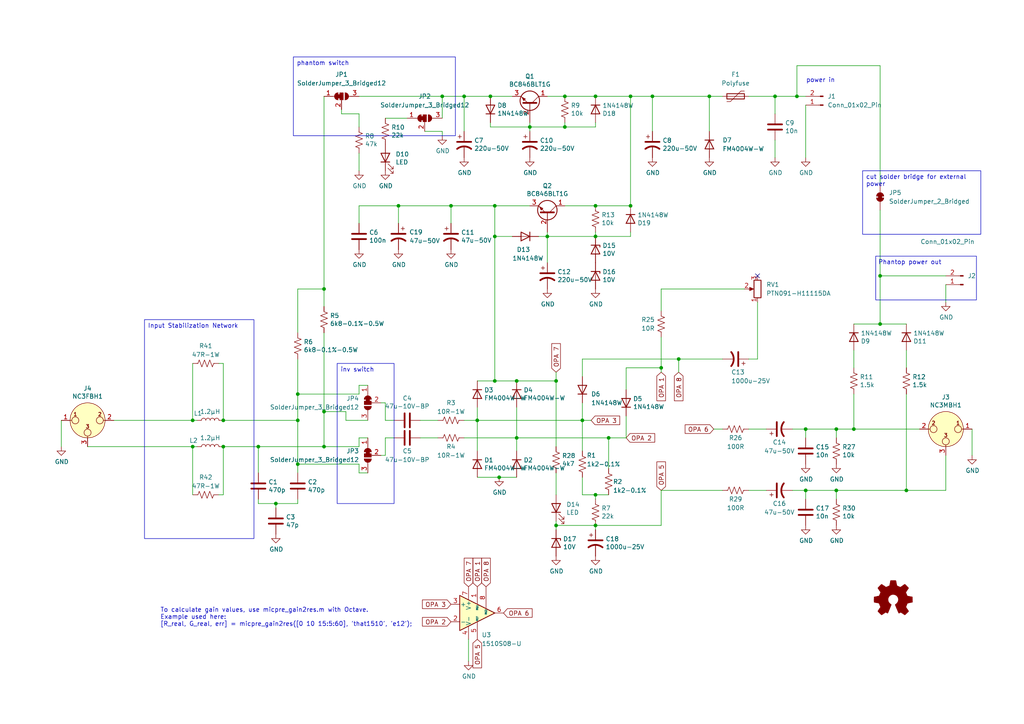
<source format=kicad_sch>
(kicad_sch (version 20250114) (generator "eeschema") (generator_version "9.0")
  (paper "A4")
  (title_block (title "ThatMicPre") (date "2020-06-07") (rev "1.1") (company "github.com/ojg/thatmicpre"))
  (lib_symbols
    (symbol "Amplifier_Audio:SSM2017P" (pin_names (offset 0.127))
      (property "Reference" "U" (at 7.62 5.08 0))
      (property "Value" "SSM2017P" (at 7.62 2.54 0))
      (symbol "SSM2017P_1_1"
        (pin input line (at -7.62 2.54 0) (length 2.54) (name "+") (number "3"))
        (pin input line (at -7.62 -2.54 0) (length 2.54) (name "-") (number "2"))
        (pin power_in line (at -2.54 7.62 270) (length 3.81) (name "V+") (number "7"))
        (pin power_in line (at -2.54 -7.62 90) (length 3.81) (name "V-") (number "4"))
        (pin input line (at 0 7.62 270) (length 5.08) (name "RG1") (number "1"))
        (pin input line (at 0 -7.62 90) (length 5.08) (name "REF") (number "5"))
        (pin input line (at 2.54 7.62 270) (length 6.35) (name "RG2") (number "8"))
        (pin output line (at 7.62 0 180) (length 2.54) (name "~") (number "6"))
      )
    )
    (symbol "Connector:Conn_01x02_Pin" (pin_names (offset 1.016) (hide yes))
      (property "Reference" "J" (at 0 2.54 0))
      (property "Value" "Conn_01x02_Pin" (at 0 -5.08 0))
      (symbol "Conn_01x02_Pin_1_1"
        (pin passive line (at 5.08 0 180) (length 3.81) (name "Pin_1") (number "1"))
        (pin passive line (at 5.08 -2.54 180) (length 3.81) (name "Pin_2") (number "2"))
      )
    )
    (symbol "Connector:XLR3" (pin_names (hide yes))
      (property "Reference" "J" (at 0 8.89 0))
      (property "Value" "XLR3" (at 0 6.35 0))
      (symbol "XLR3_0_1"
        (text "1" (at -3.556 1.778 0) (effects (font (size 1.016 1.016) (bold yes))))
        (text "3" (at 0 -1.778 0) (effects (font (size 1.016 1.016) (bold yes))))
        (text "2" (at 3.556 1.778 0) (effects (font (size 1.016 1.016) (bold yes))))
        (pin passive line (at -7.62 0 0) (length 2.54) (name "~") (number "1"))
        (pin passive line (at 0 -7.62 90) (length 2.54) (name "~") (number "3"))
        (pin passive line (at 7.62 0 180) (length 2.54) (name "~") (number "2"))
      )
    )
    (symbol "Device:C" (pin_numbers (hide yes)) (pin_names (offset 0.254))
      (property "Reference" "C" (at 0.635 2.54 0))
      (property "Value" "C" (at 0.635 -2.54 0))
      (symbol "C_1_1"
        (pin passive line (at 0 3.81 270) (length 2.794) (name "~") (number "1"))
        (pin passive line (at 0 -3.81 90) (length 2.794) (name "~") (number "2"))
      )
    )
    (symbol "Device:C_Polarized_US" (pin_numbers (hide yes)) (pin_names (offset 0.254) (hide yes))
      (property "Reference" "C" (at 0.635 2.54 0))
      (property "Value" "C_Polarized_US" (at 0.635 -2.54 0))
      (symbol "C_Polarized_US_1_1"
        (pin passive line (at 0 3.81 270) (length 2.794) (name "~") (number "1"))
        (pin passive line (at 0 -3.81 90) (length 3.302) (name "~") (number "2"))
      )
    )
    (symbol "Device:D" (pin_numbers (hide yes)) (pin_names (offset 1.016) (hide yes))
      (property "Reference" "D" (at 0 2.54 0))
      (property "Value" "D" (at 0 -2.54 0))
      (symbol "D_1_1"
        (pin passive line (at -3.81 0 0) (length 2.54) (name "K") (number "1"))
        (pin passive line (at 3.81 0 180) (length 2.54) (name "A") (number "2"))
      )
    )
    (symbol "Device:D_Zener" (pin_numbers (hide yes)) (pin_names (offset 1.016) (hide yes))
      (property "Reference" "D" (at 0 2.54 0))
      (property "Value" "D_Zener" (at 0 -2.54 0))
      (symbol "D_Zener_1_1"
        (pin passive line (at -3.81 0 0) (length 2.54) (name "K") (number "1"))
        (pin passive line (at 3.81 0 180) (length 2.54) (name "A") (number "2"))
      )
    )
    (symbol "Device:L" (pin_numbers (hide yes)) (pin_names (offset 1.016) (hide yes))
      (property "Reference" "L" (at -1.27 0 90))
      (property "Value" "L" (at 1.905 0 90))
      (symbol "L_1_1"
        (pin passive line (at 0 3.81 270) (length 1.27) (name "1") (number "1"))
        (pin passive line (at 0 -3.81 90) (length 1.27) (name "2") (number "2"))
      )
    )
    (symbol "Device:LED" (pin_numbers (hide yes)) (pin_names (offset 1.016) (hide yes))
      (property "Reference" "D" (at 0 2.54 0))
      (property "Value" "LED" (at 0 -2.54 0))
      (symbol "LED_1_1"
        (pin passive line (at -3.81 0 0) (length 2.54) (name "K") (number "1"))
        (pin passive line (at 3.81 0 180) (length 2.54) (name "A") (number "2"))
      )
    )
    (symbol "Device:Polyfuse" (pin_numbers (hide yes)) (pin_names (offset 0))
      (property "Reference" "F" (at -2.54 0 90))
      (property "Value" "Polyfuse" (at 2.54 0 90))
      (symbol "Polyfuse_1_1"
        (pin passive line (at 0 3.81 270) (length 1.27) (name "~") (number "1"))
        (pin passive line (at 0 -3.81 90) (length 1.27) (name "~") (number "2"))
      )
    )
    (symbol "Device:Q_NPN_CBE" (pin_names (offset 0) (hide yes))
      (property "Reference" "Q" (at 5.08 1.27 0))
      (property "Value" "Q_NPN_CBE" (at 5.08 -1.27 0))
      (symbol "Q_NPN_CBE_1_1"
        (pin input line (at -5.08 0 0) (length 5.715) (name "B") (number "2"))
        (pin passive line (at 2.54 5.08 270) (length 2.54) (name "C") (number "1"))
        (pin passive line (at 2.54 -5.08 90) (length 2.54) (name "E") (number "3"))
      )
    )
    (symbol "Device:R_Potentiometer" (pin_names (offset 1.016) (hide yes))
      (property "Reference" "RV" (at -4.445 0 90))
      (property "Value" "R_Potentiometer" (at -2.54 0 90))
      (symbol "R_Potentiometer_1_1"
        (pin passive line (at 0 3.81 270) (length 1.27) (name "1") (number "1"))
        (pin passive line (at 0 -3.81 90) (length 1.27) (name "3") (number "3"))
        (pin passive line (at 3.81 0 180) (length 1.27) (name "2") (number "2"))
      )
    )
    (symbol "Device:R_US" (pin_numbers (hide yes)) (pin_names (offset 0))
      (property "Reference" "R" (at 2.54 0 90))
      (property "Value" "R_US" (at -2.54 0 90))
      (symbol "R_US_1_1"
        (pin passive line (at 0 3.81 270) (length 1.27) (name "~") (number "1"))
        (pin passive line (at 0 -3.81 90) (length 1.27) (name "~") (number "2"))
      )
    )
    (symbol "Graphic:Logo_Open_Hardware_Small" (in_bom no) (on_board no))
    (symbol "Jumper:SolderJumper_2_Bridged" (pin_numbers (hide yes)) (pin_names (offset 0) (hide yes)) (exclude_from_sim yes) (in_bom no)
      (property "Reference" "JP" (at 0 2.032 0))
      (property "Value" "SolderJumper_2_Bridged" (at 0 -2.54 0))
      (symbol "SolderJumper_2_Bridged_1_1"
        (pin passive line (at -3.81 0 0) (length 2.54) (name "A") (number "1"))
        (pin passive line (at 3.81 0 180) (length 2.54) (name "B") (number "2"))
      )
    )
    (symbol "Jumper:SolderJumper_3_Bridged12" (pin_names (offset 0) (hide yes))
      (property "Reference" "JP" (at -2.54 -2.54 0))
      (property "Value" "SolderJumper_3_Bridged12" (at 0 2.794 0))
      (symbol "SolderJumper_3_Bridged12_1_1"
        (pin passive line (at -5.08 0 0) (length 2.54) (name "A") (number "1"))
        (pin passive line (at 0 -3.81 90) (length 2.54) (name "C") (number "2"))
        (pin passive line (at 5.08 0 180) (length 2.54) (name "B") (number "3"))
      )
    )
    (symbol "power:GND" (power) (pin_names (offset 0))
      (property "Value" "GND" (at 0 -3.81 0))
      (symbol "GND_1_1"
        (pin power_in line (at 0 0 270) (length 0) (hide yes) (name "GND") (number "1"))
      )
    )
  )
  (rectangle (start 254 74.295) (end 283.21 86.995))
  (text "Phantop power out" (at 263.906 76.2 0) (effects (font (size 1.27 1.27))))
  (text "To calculate gain values, use micpre_gain2res.m with Octave.\nExample used here:\n[R_real, G_real, err] = micpre_gain2res([0 10 15:5:60], 'that1510', 'e12');" (at 46.482 181.864 0) (effects (font (size 1.27 1.27)) (justify left bottom)))
  (text "power in" (at 237.998 23.368 0) (effects (font (size 1.27 1.27))))
  (text_box "cut solder bridge for external power" (at 250.19 49.53 0) (size 34.29 18.415) (margins 0.9525 0.9525 0.9525 0.9525) (effects (font (size 1.27 1.27)) (justify left top)))
  (text_box "inv switch\n" (at 97.79 105.41 0) (size 16.51 40.64) (margins 0.9525 0.9525 0.9525 0.9525) (effects (font (size 1.27 1.27)) (justify left top)))
  (text_box "Input Stabilization Network" (at 41.91 92.71 0) (size 31.75 63.5) (margins 0.9525 0.9525 0.9525 0.9525) (effects (font (size 1.27 1.27)) (justify left top)))
  (text_box "phantom switch\n" (at 85.09 16.51 0) (size 46.99 22.86) (margins 0.9525 0.9525 0.9525 0.9525) (effects (font (size 1.27 1.27)) (justify left top)))
  (junction (at 115.57 59.69))
  (junction (at 172.72 68.58))
  (junction (at 64.77 129.54))
  (junction (at 255.27 80.01))
  (junction (at 153.67 36.83))
  (junction (at 205.74 27.94))
  (junction (at 93.98 129.54))
  (junction (at 134.62 27.94))
  (junction (at 143.51 110.49))
  (junction (at 86.36 121.92))
  (junction (at 247.65 124.46))
  (junction (at 149.86 127))
  (junction (at 172.72 143.51))
  (junction (at 255.27 93.98))
  (junction (at 161.29 152.4))
  (junction (at 242.57 124.46))
  (junction (at 55.88 129.54))
  (junction (at 128.27 27.94))
  (junction (at 233.68 142.24))
  (junction (at 224.79 27.94))
  (junction (at 176.53 127))
  (junction (at 138.43 121.92))
  (junction (at 80.01 146.05))
  (junction (at 158.75 68.58))
  (junction (at 74.93 129.54))
  (junction (at 143.51 59.69))
  (junction (at 172.72 152.4))
  (junction (at 161.29 110.49))
  (junction (at 93.98 83.82))
  (junction (at 168.91 121.92))
  (junction (at 86.36 134.62))
  (junction (at 144.78 138.43))
  (junction (at 130.81 59.69))
  (junction (at 93.98 119.38))
  (junction (at 64.77 121.92))
  (junction (at 182.88 59.69))
  (junction (at 231.14 27.94))
  (junction (at 262.89 142.24))
  (junction (at 172.72 27.94))
  (junction (at 233.68 124.46))
  (junction (at 242.57 142.24))
  (junction (at 163.83 36.83))
  (junction (at 172.72 59.69))
  (junction (at 189.23 27.94))
  (junction (at 142.24 27.94))
  (junction (at 149.86 110.49))
  (junction (at 55.88 121.92))
  (junction (at 143.51 68.58))
  (junction (at 191.77 106.68))
  (junction (at 182.88 27.94))
  (junction (at 163.83 27.94))
  (junction (at 86.36 114.3))
  (junction (at 196.85 104.14))
  (no_connect (at 219.71 80.01))
  (wire (pts (xy 64.77 129.54) (xy 64.77 143.51)))
  (wire (pts (xy 224.79 40.64) (xy 224.79 45.72)))
  (wire (pts (xy 205.74 27.94) (xy 209.55 27.94)))
  (wire (pts (xy 55.88 121.92) (xy 55.88 105.41)))
  (wire (pts (xy 99.06 31.75) (xy 99.06 33.02)))
  (wire (pts (xy 233.68 144.78) (xy 233.68 142.24)))
  (wire (pts (xy 143.51 59.69) (xy 153.67 59.69)))
  (wire (pts (xy 104.14 64.77) (xy 104.14 59.69)))
  (wire (pts (xy 229.87 142.24) (xy 233.68 142.24)))
  (wire (pts (xy 172.72 68.58) (xy 172.72 67.31)))
  (wire (pts (xy 172.72 27.94) (xy 182.88 27.94)))
  (wire (pts (xy 130.81 64.77) (xy 130.81 59.69)))
  (wire (pts (xy 161.29 137.16) (xy 161.29 143.51)))
  (wire (pts (xy 55.88 129.54) (xy 55.88 143.51)))
  (wire (pts (xy 128.27 38.1) (xy 128.27 39.37)))
  (wire (pts (xy 231.14 19.05) (xy 255.27 19.05)))
  (wire (pts (xy 158.75 27.94) (xy 163.83 27.94)))
  (wire (pts (xy 161.29 129.54) (xy 161.29 110.49)))
  (wire (pts (xy 153.67 38.1) (xy 153.67 36.83)))
  (wire (pts (xy 217.17 27.94) (xy 224.79 27.94)))
  (wire (pts (xy 196.85 104.14) (xy 196.85 107.95)))
  (wire (pts (xy 262.89 114.3) (xy 262.89 142.24)))
  (wire (pts (xy 161.29 153.67) (xy 161.29 152.4)))
  (wire (pts (xy 74.93 137.16) (xy 74.93 129.54)))
  (wire (pts (xy 138.43 121.92) (xy 138.43 130.81)))
  (wire (pts (xy 191.77 152.4) (xy 191.77 142.24)))
  (wire (pts (xy 134.62 38.1) (xy 134.62 27.94)))
  (wire (pts (xy 161.29 151.13) (xy 161.29 152.4)))
  (wire (pts (xy 149.86 127) (xy 149.86 118.11)))
  (wire (pts (xy 172.72 143.51) (xy 176.53 143.51)))
  (wire (pts (xy 168.91 143.51) (xy 172.72 143.51)))
  (wire (pts (xy 181.61 120.65) (xy 181.61 127)))
  (wire (pts (xy 153.67 35.56) (xy 153.67 36.83)))
  (wire (pts (xy 111.76 132.08) (xy 111.76 127)))
  (wire (pts (xy 86.36 134.62) (xy 104.14 134.62)))
  (wire (pts (xy 242.57 124.46) (xy 247.65 124.46)))
  (wire (pts (xy 138.43 138.43) (xy 144.78 138.43)))
  (wire (pts (xy 99.06 33.02) (xy 104.14 33.02)))
  (wire (pts (xy 149.86 130.81) (xy 149.86 127)))
  (wire (pts (xy 135.89 185.42) (xy 135.89 191.77)))
  (wire (pts (xy 128.27 27.94) (xy 134.62 27.94)))
  (wire (pts (xy 127 121.92) (xy 121.92 121.92)))
  (wire (pts (xy 191.77 83.82) (xy 215.9 83.82)))
  (wire (pts (xy 255.27 93.98) (xy 262.89 93.98)))
  (wire (pts (xy 143.51 110.49) (xy 149.86 110.49)))
  (wire (pts (xy 163.83 36.83) (xy 163.83 35.56)))
  (wire (pts (xy 158.75 68.58) (xy 172.72 68.58)))
  (wire (pts (xy 233.68 30.48) (xy 233.68 45.72)))
  (wire (pts (xy 172.72 153.67) (xy 172.72 152.4)))
  (wire (pts (xy 17.78 129.54) (xy 17.78 121.92)))
  (wire (pts (xy 222.25 142.24) (xy 217.17 142.24)))
  (wire (pts (xy 168.91 143.51) (xy 168.91 138.43)))
  (wire (pts (xy 104.14 134.62) (xy 104.14 137.16)))
  (wire (pts (xy 55.88 121.92) (xy 57.15 121.92)))
  (wire (pts (xy 182.88 68.58) (xy 172.72 68.58)))
  (wire (pts (xy 262.89 142.24) (xy 274.32 142.24)))
  (wire (pts (xy 123.19 38.1) (xy 128.27 38.1)))
  (wire (pts (xy 134.62 127) (xy 149.86 127)))
  (wire (pts (xy 134.62 27.94) (xy 142.24 27.94)))
  (wire (pts (xy 191.77 97.79) (xy 191.77 106.68)))
  (wire (pts (xy 80.01 147.32) (xy 80.01 146.05)))
  (wire (pts (xy 172.72 35.56) (xy 172.72 36.83)))
  (wire (pts (xy 104.14 33.02) (xy 104.14 36.83)))
  (wire (pts (xy 134.62 121.92) (xy 138.43 121.92)))
  (wire (pts (xy 161.29 110.49) (xy 149.86 110.49)))
  (wire (pts (xy 110.49 132.08) (xy 111.76 132.08)))
  (wire (pts (xy 104.14 129.54) (xy 104.14 127)))
  (wire (pts (xy 86.36 104.14) (xy 86.36 114.3)))
  (wire (pts (xy 93.98 119.38) (xy 93.98 129.54)))
  (wire (pts (xy 168.91 116.84) (xy 168.91 121.92)))
  (wire (pts (xy 100.33 119.38) (xy 100.33 121.92)))
  (wire (pts (xy 207.01 124.46) (xy 209.55 124.46)))
  (wire (pts (xy 104.14 127) (xy 106.68 127)))
  (wire (pts (xy 74.93 146.05) (xy 80.01 146.05)))
  (wire (pts (xy 231.14 27.94) (xy 233.68 27.94)))
  (wire (pts (xy 104.14 44.45) (xy 104.14 49.53)))
  (wire (pts (xy 176.53 135.89) (xy 176.53 127)))
  (wire (pts (xy 64.77 105.41) (xy 63.5 105.41)))
  (wire (pts (xy 262.89 101.6) (xy 262.89 106.68)))
  (wire (pts (xy 127 127) (xy 121.92 127)))
  (wire (pts (xy 100.33 119.38) (xy 93.98 119.38)))
  (wire (pts (xy 138.43 118.11) (xy 138.43 121.92)))
  (wire (pts (xy 168.91 104.14) (xy 196.85 104.14)))
  (wire (pts (xy 196.85 104.14) (xy 209.55 104.14)))
  (wire (pts (xy 181.61 127) (xy 176.53 127)))
  (wire (pts (xy 142.24 35.56) (xy 142.24 36.83)))
  (wire (pts (xy 222.25 124.46) (xy 217.17 124.46)))
  (wire (pts (xy 217.17 104.14) (xy 219.71 104.14)))
  (wire (pts (xy 161.29 152.4) (xy 172.72 152.4)))
  (wire (pts (xy 111.76 121.92) (xy 114.3 121.92)))
  (wire (pts (xy 274.32 82.55) (xy 274.32 87.63)))
  (wire (pts (xy 144.78 138.43) (xy 149.86 138.43)))
  (wire (pts (xy 55.88 129.54) (xy 57.15 129.54)))
  (wire (pts (xy 138.43 121.92) (xy 168.91 121.92)))
  (wire (pts (xy 128.27 27.94) (xy 128.27 34.29)))
  (wire (pts (xy 64.77 129.54) (xy 74.93 129.54)))
  (wire (pts (xy 156.21 68.58) (xy 158.75 68.58)))
  (wire (pts (xy 63.5 143.51) (xy 64.77 143.51)))
  (wire (pts (xy 148.59 68.58) (xy 143.51 68.58)))
  (wire (pts (xy 86.36 137.16) (xy 86.36 134.62)))
  (wire (pts (xy 100.33 121.92) (xy 106.68 121.92)))
  (wire (pts (xy 281.94 132.08) (xy 281.94 124.46)))
  (wire (pts (xy 247.65 101.6) (xy 247.65 106.68)))
  (wire (pts (xy 168.91 130.81) (xy 168.91 121.92)))
  (wire (pts (xy 74.93 144.78) (xy 74.93 146.05)))
  (wire (pts (xy 93.98 27.94) (xy 93.98 83.82)))
  (wire (pts (xy 191.77 83.82) (xy 191.77 90.17)))
  (wire (pts (xy 118.11 34.29) (xy 111.76 34.29)))
  (wire (pts (xy 205.74 38.1) (xy 205.74 27.94)))
  (wire (pts (xy 138.43 110.49) (xy 143.51 110.49)))
  (wire (pts (xy 172.72 27.94) (xy 163.83 27.94)))
  (wire (pts (xy 163.83 59.69) (xy 172.72 59.69)))
  (wire (pts (xy 86.36 134.62) (xy 86.36 121.92)))
  (wire (pts (xy 80.01 146.05) (xy 86.36 146.05)))
  (wire (pts (xy 110.49 116.84) (xy 111.76 116.84)))
  (wire (pts (xy 64.77 105.41) (xy 64.77 121.92)))
  (wire (pts (xy 224.79 27.94) (xy 231.14 27.94)))
  (wire (pts (xy 93.98 88.9) (xy 93.98 83.82)))
  (wire (pts (xy 142.24 27.94) (xy 148.59 27.94)))
  (wire (pts (xy 86.36 114.3) (xy 86.36 121.92)))
  (wire (pts (xy 153.67 36.83) (xy 163.83 36.83)))
  (wire (pts (xy 143.51 68.58) (xy 143.51 110.49)))
  (wire (pts (xy 172.72 152.4) (xy 191.77 152.4)))
  (wire (pts (xy 25.4 129.54) (xy 55.88 129.54)))
  (wire (pts (xy 182.88 67.31) (xy 182.88 68.58)))
  (wire (pts (xy 86.36 146.05) (xy 86.36 144.78)))
  (wire (pts (xy 274.32 142.24) (xy 274.32 132.08)))
  (wire (pts (xy 229.87 124.46) (xy 233.68 124.46)))
  (wire (pts (xy 168.91 121.92) (xy 171.45 121.92)))
  (wire (pts (xy 274.32 80.01) (xy 255.27 80.01)))
  (wire (pts (xy 111.76 127) (xy 114.3 127)))
  (wire (pts (xy 158.75 68.58) (xy 158.75 76.2)))
  (wire (pts (xy 149.86 127) (xy 176.53 127)))
  (wire (pts (xy 104.14 114.3) (xy 104.14 111.76)))
  (wire (pts (xy 209.55 142.24) (xy 191.77 142.24)))
  (wire (pts (xy 74.93 129.54) (xy 93.98 129.54)))
  (wire (pts (xy 181.61 106.68) (xy 191.77 106.68)))
  (wire (pts (xy 219.71 87.63) (xy 219.71 104.14)))
  (wire (pts (xy 158.75 67.31) (xy 158.75 68.58)))
  (wire (pts (xy 172.72 144.78) (xy 172.72 143.51)))
  (wire (pts (xy 172.72 59.69) (xy 182.88 59.69)))
  (wire (pts (xy 189.23 27.94) (xy 189.23 38.1)))
  (wire (pts (xy 182.88 59.69) (xy 182.88 27.94)))
  (wire (pts (xy 224.79 33.02) (xy 224.79 27.94)))
  (wire (pts (xy 111.76 116.84) (xy 111.76 121.92)))
  (wire (pts (xy 233.68 142.24) (xy 242.57 142.24)))
  (wire (pts (xy 233.68 127) (xy 233.68 124.46)))
  (wire (pts (xy 242.57 127) (xy 242.57 124.46)))
  (wire (pts (xy 182.88 27.94) (xy 189.23 27.94)))
  (wire (pts (xy 191.77 106.68) (xy 191.77 107.95)))
  (wire (pts (xy 242.57 142.24) (xy 262.89 142.24)))
  (wire (pts (xy 104.14 59.69) (xy 115.57 59.69)))
  (wire (pts (xy 93.98 83.82) (xy 86.36 83.82)))
  (wire (pts (xy 86.36 114.3) (xy 104.14 114.3)))
  (wire (pts (xy 64.77 121.92) (xy 86.36 121.92)))
  (wire (pts (xy 255.27 60.96) (xy 255.27 80.01)))
  (wire (pts (xy 255.27 80.01) (xy 255.27 93.98)))
  (wire (pts (xy 143.51 59.69) (xy 143.51 68.58)))
  (wire (pts (xy 115.57 59.69) (xy 130.81 59.69)))
  (wire (pts (xy 33.02 121.92) (xy 55.88 121.92)))
  (wire (pts (xy 168.91 109.22) (xy 168.91 104.14)))
  (wire (pts (xy 93.98 96.52) (xy 93.98 119.38)))
  (wire (pts (xy 161.29 107.95) (xy 161.29 110.49)))
  (wire (pts (xy 233.68 124.46) (xy 242.57 124.46)))
  (wire (pts (xy 130.81 59.69) (xy 143.51 59.69)))
  (wire (pts (xy 93.98 129.54) (xy 104.14 129.54)))
  (wire (pts (xy 104.14 137.16) (xy 106.68 137.16)))
  (wire (pts (xy 189.23 27.94) (xy 205.74 27.94)))
  (wire (pts (xy 247.65 124.46) (xy 266.7 124.46)))
  (wire (pts (xy 86.36 83.82) (xy 86.36 96.52)))
  (wire (pts (xy 104.14 111.76) (xy 106.68 111.76)))
  (wire (pts (xy 115.57 64.77) (xy 115.57 59.69)))
  (wire (pts (xy 181.61 113.03) (xy 181.61 106.68)))
  (wire (pts (xy 247.65 114.3) (xy 247.65 124.46)))
  (wire (pts (xy 242.57 144.78) (xy 242.57 142.24)))
  (wire (pts (xy 104.14 27.94) (xy 128.27 27.94)))
  (wire (pts (xy 231.14 19.05) (xy 231.14 27.94)))
  (wire (pts (xy 142.24 36.83) (xy 153.67 36.83)))
  (wire (pts (xy 247.65 93.98) (xy 255.27 93.98)))
  (wire (pts (xy 172.72 36.83) (xy 163.83 36.83)))
  (wire (pts (xy 255.27 19.05) (xy 255.27 53.34)))
  (global_label "OPA 7" (shape input) (at 135.89 170.18 90) (property "Intersheetrefs" "${INTERSHEET_REFS}" (effects (hide yes))))
  (global_label "OPA 2" (shape input) (at 181.61 127 0) (property "Intersheetrefs" "${INTERSHEET_REFS}" (effects (hide yes))))
  (global_label "OPA 5" (shape input) (at 191.77 142.24 90) (property "Intersheetrefs" "${INTERSHEET_REFS}" (effects (hide yes))))
  (global_label "OPA 7" (shape input) (at 161.29 107.95 90) (property "Intersheetrefs" "${INTERSHEET_REFS}" (effects (hide yes))))
  (global_label "OPA 3" (shape input) (at 130.81 175.26 180) (property "Intersheetrefs" "${INTERSHEET_REFS}" (effects (hide yes))))
  (global_label "OPA 8" (shape input) (at 196.85 107.95 270) (property "Intersheetrefs" "${INTERSHEET_REFS}" (effects (hide yes))))
  (global_label "OPA 5" (shape input) (at 138.43 185.42 270) (property "Intersheetrefs" "${INTERSHEET_REFS}" (effects (hide yes))))
  (global_label "OPA 6" (shape input) (at 207.01 124.46 180) (property "Intersheetrefs" "${INTERSHEET_REFS}" (effects (hide yes))))
  (global_label "OPA 2" (shape input) (at 130.81 180.34 180) (property "Intersheetrefs" "${INTERSHEET_REFS}" (effects (hide yes))))
  (global_label "OPA 1" (shape input) (at 191.77 107.95 270) (property "Intersheetrefs" "${INTERSHEET_REFS}" (effects (hide yes))))
  (global_label "OPA 1" (shape input) (at 138.43 170.18 90) (property "Intersheetrefs" "${INTERSHEET_REFS}" (effects (hide yes))))
  (global_label "OPA 8" (shape input) (at 140.97 170.18 90) (property "Intersheetrefs" "${INTERSHEET_REFS}" (effects (hide yes))))
  (global_label "OPA 6" (shape input) (at 146.05 177.8 0) (property "Intersheetrefs" "${INTERSHEET_REFS}" (effects (hide yes))))
  (global_label "OPA 3" (shape input) (at 171.45 121.92 0) (property "Intersheetrefs" "${INTERSHEET_REFS}" (effects (hide yes))))
  (symbol (lib_id "Device:R_US") (at 86.36 100.33 0) (unit 1)
    (property "Reference" "R6" (at 88.0872 99.1616 0) (effects (justify left)))
    (property "Value" "6k8-0.1%-0.5W" (at 88.0872 101.473 0) (effects (justify left)))
    (property "Footprint" "Resistor_SMD:R_0402_1005Metric_Pad0.72x0.64mm_HandSolder" (effects (hide yes)))
    (property "Mfr Part Nr" "RT0402BRD076K81L" (effects (hide yes)))
  )
  (symbol (lib_id "Device:R_US") (at 93.98 92.71 0) (unit 1)
    (property "Reference" "R5" (at 95.7072 91.5416 0) (effects (justify left)))
    (property "Value" "6k8-0.1%-0.5W" (at 95.7072 93.853 0) (effects (justify left)))
    (property "Footprint" "Resistor_SMD:R_0402_1005Metric_Pad0.72x0.64mm_HandSolder" (effects (hide yes)))
    (property "Mfr Part Nr" "RT0402BRD076K81L" (effects (hide yes)))
  )
  (symbol (lib_id "Device:C") (at 118.11 121.92 90) (mirror x) (unit 1)
    (property "Reference" "C4" (at 118.11 115.5192 90))
    (property "Value" "47u-10V-BP" (at 118.11 117.8306 90))
    (property "Footprint" "Capacitor_SMD:CP_Elec_8x5.4" (effects (hide yes)))
    (property "Mfr Part Nr" "UWP1A470MCL1GB" (effects (hide yes)))
  )
  (symbol (lib_id "Device:C") (at 118.11 127 90) (unit 1)
    (property "Reference" "C5" (at 118.11 130.81 90))
    (property "Value" "47u-10V-BP" (at 118.11 133.35 90))
    (property "Footprint" "Capacitor_SMD:CP_Elec_8x5.4" (effects (hide yes)))
    (property "Mfr Part Nr" "UWP1A470MCL1GB" (effects (hide yes)))
  )
  (symbol (lib_id "Device:R_US") (at 168.91 134.62 0) (unit 1)
    (property "Reference" "R1" (at 170.18 132.08 0) (effects (justify left)))
    (property "Value" "1k2-0.1%" (at 170.18 134.62 0) (effects (justify left)))
    (property "Footprint" "Resistor_SMD:R_0402_1005Metric_Pad0.72x0.64mm_HandSolder" (effects (hide yes)))
    (property "Mfr Part Nr" "RT0402BRD071K21L" (effects (hide yes)))
  )
  (symbol (lib_id "Device:R_US") (at 176.53 139.7 0) (unit 1)
    (property "Reference" "R2" (at 177.8 139.7 0) (effects (justify left)))
    (property "Value" "1k2-0.1%" (at 177.8 142.24 0) (effects (justify left)))
    (property "Footprint" "Resistor_SMD:R_0402_1005Metric_Pad0.72x0.64mm_HandSolder" (effects (hide yes)))
    (property "Mfr Part Nr" "RT0402BRD071K21L" (effects (hide yes)))
  )
  (symbol (lib_id "Device:R_US") (at 172.72 148.59 0) (unit 1)
    (property "Reference" "R7" (at 174.4472 147.4216 0) (effects (justify left)))
    (property "Value" "22k" (at 174.4472 149.733 0) (effects (justify left)))
    (property "Footprint" "Resistor_SMD:R_0402_1005Metric_Pad0.72x0.64mm_HandSolder" (effects (hide yes)))
    (property "Mfr Part Nr" "RE0402DRE0722KL" (effects (hide yes)))
  )
  (symbol (lib_id "Device:R_US") (at 130.81 127 270) (unit 1)
    (property "Reference" "R4" (at 130.81 129.54 90))
    (property "Value" "10R-1W" (at 130.81 132.08 90))
    (property "Footprint" "Resistor_SMD:R_0402_1005Metric_Pad0.72x0.64mm_HandSolder" (effects (hide yes)))
    (property "Mfr Part Nr" "RT0402BRD0710RL" (effects (hide yes)))
  )
  (symbol (lib_id "Device:R_US") (at 130.81 121.92 270) (unit 1)
    (property "Reference" "R3" (at 130.81 116.84 90))
    (property "Value" "10R-1W" (at 130.81 119.38 90))
    (property "Footprint" "Resistor_SMD:R_0402_1005Metric_Pad0.72x0.64mm_HandSolder" (effects (hide yes)))
    (property "Mfr Part Nr" "RT0402BRD0710RL" (effects (hide yes)))
  )
  (symbol (lib_id "Device:D") (at 138.43 134.62 270) (unit 1)
    (property "Reference" "D1" (at 140.4366 133.4516 90) (effects (justify left)))
    (property "Value" "FM4004W-W" (at 140.4366 135.763 90) (effects (justify left)))
    (property "Footprint" "Diode_SMD:D_SMA_Handsoldering" (effects (hide yes)))
    (property "Mfr Part Nr" "FM4004W-W" (effects (hide yes)))
  )
  (symbol (lib_id "Device:D") (at 149.86 134.62 270) (unit 1)
    (property "Reference" "D2" (at 151.8666 133.4516 90) (effects (justify left)))
    (property "Value" "FM4004W-W" (at 151.8666 135.763 90) (effects (justify left)))
    (property "Footprint" "Diode_SMD:D_SMA_Handsoldering" (effects (hide yes)))
    (property "Mfr Part Nr" "FM4004W-W" (effects (hide yes)))
  )
  (symbol (lib_id "Device:D") (at 138.43 114.3 270) (unit 1)
    (property "Reference" "D3" (at 140.4366 113.1316 90) (effects (justify left)))
    (property "Value" "FM4004W-W" (at 140.4366 115.443 90) (effects (justify left)))
    (property "Footprint" "Diode_SMD:D_SMA_Handsoldering" (effects (hide yes)))
    (property "Mfr Part Nr" "FM4004W-W" (effects (hide yes)))
  )
  (symbol (lib_id "Device:D") (at 149.86 114.3 270) (unit 1)
    (property "Reference" "D4" (at 151.8666 113.1316 90) (effects (justify left)))
    (property "Value" "FM4004W-W" (at 151.8666 115.443 90) (effects (justify left)))
    (property "Footprint" "Diode_SMD:D_SMA_Handsoldering" (effects (hide yes)))
    (property "Mfr Part Nr" "FM4004W-W" (effects (hide yes)))
  )
  (symbol (lib_id "power:GND") (at 144.78 138.43 0) (unit 1)
    (property "Reference" "#PWR019" (effects (hide yes)))
    (property "Value" "GND" (at 144.907 142.8242 0))
  )
  (symbol (lib_id "Device:R_US") (at 111.76 38.1 0) (unit 1)
    (property "Reference" "R10" (at 113.4872 36.9316 0) (effects (justify left)))
    (property "Value" "22k" (at 113.4872 39.243 0) (effects (justify left)))
    (property "Footprint" "Resistor_SMD:R_0402_1005Metric_Pad0.72x0.64mm_HandSolder" (effects (hide yes)))
    (property "Mfr Part Nr" "RE0402DRE0722KL" (effects (hide yes)))
  )
  (symbol (lib_id "Device:LED") (at 111.76 45.72 90) (unit 1)
    (property "Reference" "D10" (at 114.7318 44.7294 90) (effects (justify right)))
    (property "Value" "LED" (at 114.7318 47.0408 90) (effects (justify right)))
    (property "Footprint" "LED_SMD:LED_0402_1005Metric_Pad0.77x0.64mm_HandSolder" (effects (hide yes)))
    (property "Mfr Part Nr" "SML-P12YTT86RR " (effects (hide yes)))
  )
  (symbol (lib_id "power:GND") (at 111.76 49.53 0) (unit 1)
    (property "Reference" "#PWR05" (effects (hide yes)))
    (property "Value" "GND" (at 111.887 53.9242 0))
  )
  (symbol (lib_id "power:GND") (at 128.27 39.37 0) (unit 1)
    (property "Reference" "#PWR01" (effects (hide yes)))
    (property "Value" "GND" (at 128.397 43.7642 0))
  )
  (symbol (lib_id "Device:R_US") (at 161.29 133.35 0) (unit 1)
    (property "Reference" "R28" (at 163.0172 132.1816 0) (effects (justify left)))
    (property "Value" "4k7" (at 163.0172 134.493 0) (effects (justify left)))
    (property "Footprint" "Resistor_SMD:R_0402_1005Metric_Pad0.72x0.64mm_HandSolder" (effects (hide yes)))
    (property "Mfr Part Nr" "RP0402BRD074K7L" (effects (hide yes)))
  )
  (symbol (lib_id "Device:D_Zener") (at 161.29 157.48 270) (unit 1)
    (property "Reference" "D17" (at 163.2966 156.3116 90) (effects (justify left)))
    (property "Value" "10V" (at 163.2966 158.623 90) (effects (justify left)))
    (property "Footprint" "Diode_SMD:D_SOD-323" (effects (hide yes)))
    (property "Mfr Part Nr" "BZX384-B10-QX" (effects (hide yes)))
  )
  (symbol (lib_id "Device:C_Polarized_US") (at 172.72 157.48 0) (unit 1)
    (property "Reference" "C18" (at 175.641 156.3116 0) (effects (justify left)))
    (property "Value" "1000u-25V" (at 175.641 158.623 0) (effects (justify left)))
    (property "Footprint" "Capacitor_SMD:C_Elec_10x10.2" (effects (hide yes)))
    (property "Mfr Part Nr" "EEE-FT1E102UL" (effects (hide yes)))
  )
  (symbol (lib_id "power:GND") (at 161.29 161.29 0) (unit 1)
    (property "Reference" "#PWR023" (effects (hide yes)))
    (property "Value" "GND" (at 161.417 165.6842 0))
  )
  (symbol (lib_id "power:GND") (at 172.72 161.29 0) (unit 1)
    (property "Reference" "#PWR024" (effects (hide yes)))
    (property "Value" "GND" (at 172.847 165.6842 0))
  )
  (symbol (lib_id "Device:Q_NPN_CBE") (at 153.67 30.48 270) (mirror x) (unit 1)
    (property "Reference" "Q1" (at 153.67 22.1488 90))
    (property "Value" "BC846BLT1G" (at 153.67 24.4602 90))
    (property "Footprint" "Package_TO_SOT_SMD:SOT-23-3" (effects (hide yes)))
    (property "Mfr Part Nr" "BC846BLT1G" (effects (hide yes)))
  )
  (symbol (lib_id "Device:R_US") (at 163.83 31.75 0) (unit 1)
    (property "Reference" "R9" (at 165.5572 30.5816 0) (effects (justify left)))
    (property "Value" "10k" (at 165.5572 32.893 0) (effects (justify left)))
    (property "Footprint" "Resistor_SMD:R_0402_1005Metric_Pad0.72x0.64mm_HandSolder" (effects (hide yes)))
    (property "Mfr Part Nr" "RP0402BRD0747KL" (effects (hide yes)))
  )
  (symbol (lib_id "Device:C_Polarized_US") (at 153.67 41.91 0) (unit 1)
    (property "Reference" "C10" (at 156.591 40.7416 0) (effects (justify left)))
    (property "Value" "220u-50V" (at 156.591 43.053 0) (effects (justify left)))
    (property "Footprint" "Capacitor_SMD:C_Elec_10x10.2" (effects (hide yes)))
    (property "Mfr Part Nr" "865080657018" (effects (hide yes)))
  )
  (symbol (lib_id "power:GND") (at 153.67 45.72 0) (unit 1)
    (property "Reference" "#PWR06" (effects (hide yes)))
    (property "Value" "GND" (at 153.797 50.1142 0))
  )
  (symbol (lib_id "Device:C_Polarized_US") (at 130.81 68.58 0) (unit 1)
    (property "Reference" "C11" (at 133.731 67.4116 0) (effects (justify left)))
    (property "Value" "47u-50V" (at 133.731 69.723 0) (effects (justify left)))
    (property "Footprint" "Capacitor_SMD:CP_Elec_8x10.5" (effects (hide yes)))
    (property "Mfr Part Nr" "ATB476M063 " (effects (hide yes)))
  )
  (symbol (lib_id "power:GND") (at 130.81 72.39 0) (unit 1)
    (property "Reference" "#PWR09" (effects (hide yes)))
    (property "Value" "GND" (at 130.937 76.7842 0))
  )
  (symbol (lib_id "Device:Q_NPN_CBE") (at 158.75 62.23 270) (mirror x) (unit 1)
    (property "Reference" "Q2" (at 158.75 53.8988 90))
    (property "Value" "BC846BLT1G" (at 158.75 56.2102 90))
    (property "Footprint" "Package_TO_SOT_SMD:SOT-23-3" (effects (hide yes)))
    (property "Mfr Part Nr" "BC846BLT1G" (effects (hide yes)))
  )
  (symbol (lib_id "Device:R_US") (at 172.72 63.5 0) (unit 1)
    (property "Reference" "R13" (at 174.4472 62.3316 0) (effects (justify left)))
    (property "Value" "10k" (at 174.4472 64.643 0) (effects (justify left)))
    (property "Footprint" "Resistor_SMD:R_0402_1005Metric_Pad0.72x0.64mm_HandSolder" (effects (hide yes)))
    (property "Mfr Part Nr" "RP0402BRD0747KL" (effects (hide yes)))
  )
  (symbol (lib_id "Device:C_Polarized_US") (at 158.75 80.01 0) (unit 1)
    (property "Reference" "C12" (at 161.671 78.8416 0) (effects (justify left)))
    (property "Value" "220u-50V" (at 161.671 81.153 0) (effects (justify left)))
    (property "Footprint" "Capacitor_SMD:C_Elec_10x10.2" (effects (hide yes)))
    (property "Mfr Part Nr" "865080657018" (effects (hide yes)))
  )
  (symbol (lib_id "power:GND") (at 158.75 83.82 0) (unit 1)
    (property "Reference" "#PWR011" (effects (hide yes)))
    (property "Value" "GND" (at 158.877 88.2142 0))
  )
  (symbol (lib_id "power:GND") (at 172.72 83.82 0) (unit 1)
    (property "Reference" "#PWR012" (effects (hide yes)))
    (property "Value" "GND" (at 172.847 88.2142 0))
  )
  (symbol (lib_id "Device:LED") (at 161.29 147.32 90) (unit 1)
    (property "Reference" "D14" (at 164.2618 146.3294 90) (effects (justify right)))
    (property "Value" "LED" (at 164.2618 148.6408 90) (effects (justify right)))
    (property "Footprint" "LED_SMD:LED_0402_1005Metric_Pad0.77x0.64mm_HandSolder" (effects (hide yes)))
    (property "Mfr Part Nr" "SML-P12YTT86RR " (effects (hide yes)))
  )
  (symbol (lib_id "Device:C_Polarized_US") (at 189.23 41.91 0) (unit 1)
    (property "Reference" "C8" (at 192.151 40.7416 0) (effects (justify left)))
    (property "Value" "220u-50V" (at 192.151 43.053 0) (effects (justify left)))
    (property "Footprint" "Capacitor_SMD:C_Elec_10x10.2" (effects (hide yes)))
    (property "Mfr Part Nr" "865080657018" (effects (hide yes)))
  )
  (symbol (lib_id "power:GND") (at 189.23 45.72 0) (unit 1)
    (property "Reference" "#PWR03" (effects (hide yes)))
    (property "Value" "GND" (at 189.357 50.1142 0))
  )
  (symbol (lib_id "Connector:XLR3") (at 274.32 124.46 0) (mirror y) (unit 1)
    (property "Reference" "J3" (at 274.32 115.189 0))
    (property "Value" "NC3MBH1" (at 274.32 117.5004 0))
    (property "Footprint" "Connector_Audio:Jack_XLR_Neutrik_NC3MBH-0_Horizontal" (effects (hide yes)))
    (property "Mfr Part Nr" "NC3MBH" (effects (hide yes)))
  )
  (symbol (lib_id "Device:C_Polarized_US") (at 226.06 124.46 90) (unit 1)
    (property "Reference" "C14" (at 226.06 128.27 90))
    (property "Value" "47u-50V" (at 226.06 130.81 90))
    (property "Footprint" "Capacitor_SMD:CP_Elec_8x10.5" (effects (hide yes)))
    (property "Mfr Part Nr" "ATB476M063 " (effects (hide yes)))
  )
  (symbol (lib_id "Device:R_US") (at 213.36 124.46 270) (unit 1)
    (property "Reference" "R26" (at 213.36 127 90))
    (property "Value" "100R" (at 213.36 129.54 90))
    (property "Footprint" "Resistor_SMD:R_0402_1005Metric_Pad0.72x0.64mm_HandSolder" (effects (hide yes)))
    (property "Mfr Part Nr" "RP0402BRD07100RL" (effects (hide yes)))
  )
  (symbol (lib_id "Device:R_US") (at 242.57 130.81 0) (unit 1)
    (property "Reference" "R27" (at 244.2972 129.6416 0) (effects (justify left)))
    (property "Value" "10k" (at 244.2972 131.953 0) (effects (justify left)))
    (property "Footprint" "Resistor_SMD:R_0402_1005Metric_Pad0.72x0.64mm_HandSolder" (effects (hide yes)))
    (property "Mfr Part Nr" "MCS0402MD1002BE100 " (effects (hide yes)))
  )
  (symbol (lib_id "Device:C") (at 233.68 130.81 0) (unit 1)
    (property "Reference" "C15" (at 236.601 129.6416 0) (effects (justify left)))
    (property "Value" "10n" (at 236.601 131.953 0) (effects (justify left)))
    (property "Footprint" "Capacitor_SMD:C_0603_1608Metric_Pad1.08x0.95mm_HandSolder" (effects (hide yes)))
    (property "Mfr Part Nr" "CC0603MRY5V9BB103" (effects (hide yes)))
  )
  (symbol (lib_id "power:GND") (at 242.57 134.62 0) (unit 1)
    (property "Reference" "#PWR018" (effects (hide yes)))
    (property "Value" "GND" (at 242.697 139.0142 0))
  )
  (symbol (lib_id "power:GND") (at 233.68 134.62 0) (unit 1)
    (property "Reference" "#PWR017" (effects (hide yes)))
    (property "Value" "GND" (at 233.807 139.0142 0))
  )
  (symbol (lib_id "Device:R_US") (at 213.36 142.24 270) (unit 1)
    (property "Reference" "R29" (at 213.36 144.78 90))
    (property "Value" "100R" (at 213.36 147.32 90))
    (property "Footprint" "Resistor_SMD:R_0402_1005Metric_Pad0.72x0.64mm_HandSolder" (effects (hide yes)))
    (property "Mfr Part Nr" "RP0402BRD07100RL" (effects (hide yes)))
  )
  (symbol (lib_id "Device:R_US") (at 242.57 148.59 0) (unit 1)
    (property "Reference" "R30" (at 244.2972 147.4216 0) (effects (justify left)))
    (property "Value" "10k" (at 244.2972 149.733 0) (effects (justify left)))
    (property "Footprint" "Resistor_SMD:R_0402_1005Metric_Pad0.72x0.64mm_HandSolder" (effects (hide yes)))
    (property "Mfr Part Nr" "MCS0402MD1002BE100 " (effects (hide yes)))
  )
  (symbol (lib_id "Device:C") (at 233.68 148.59 0) (unit 1)
    (property "Reference" "C17" (at 236.601 147.4216 0) (effects (justify left)))
    (property "Value" "10n" (at 236.601 149.733 0) (effects (justify left)))
    (property "Footprint" "Capacitor_SMD:C_0603_1608Metric_Pad1.08x0.95mm_HandSolder" (effects (hide yes)))
    (property "Mfr Part Nr" "CC0603MRY5V9BB103" (effects (hide yes)))
  )
  (symbol (lib_id "power:GND") (at 242.57 152.4 0) (unit 1)
    (property "Reference" "#PWR021" (effects (hide yes)))
    (property "Value" "GND" (at 242.697 156.7942 0))
  )
  (symbol (lib_id "power:GND") (at 233.68 152.4 0) (unit 1)
    (property "Reference" "#PWR020" (effects (hide yes)))
    (property "Value" "GND" (at 233.807 156.7942 0))
  )
  (symbol (lib_id "power:GND") (at 281.94 132.08 0) (unit 1)
    (property "Reference" "#PWR016" (effects (hide yes)))
    (property "Value" "GND" (at 282.067 136.4742 0))
  )
  (symbol (lib_id "Device:C") (at 224.79 36.83 0) (unit 1)
    (property "Reference" "C9" (at 227.711 35.6616 0) (effects (justify left)))
    (property "Value" "10n" (at 227.711 37.973 0) (effects (justify left)))
    (property "Footprint" "Capacitor_SMD:C_0603_1608Metric_Pad1.08x0.95mm_HandSolder" (effects (hide yes)))
    (property "Mfr Part Nr" "CC0603MRY5V9BB103" (effects (hide yes)))
  )
  (symbol (lib_id "Device:C_Polarized_US") (at 213.36 104.14 270) (mirror x) (unit 1)
    (property "Reference" "C13" (at 212.09 107.95 90) (effects (justify left)))
    (property "Value" "1000u-25V" (at 212.09 110.49 90) (effects (justify left)))
    (property "Footprint" "Capacitor_SMD:C_Elec_10x10.2" (effects (hide yes)))
    (property "Mfr Part Nr" "EEE-FT1E102UL" (effects (hide yes)))
  )
  (symbol (lib_id "Device:R_US") (at 191.77 93.98 180) (unit 1)
    (property "Reference" "R25" (at 187.96 92.71 0))
    (property "Value" "10R" (at 187.96 95.25 0))
    (property "Footprint" "Resistor_SMD:R_0402_1005Metric_Pad0.72x0.64mm_HandSolder" (effects (hide yes)))
    (property "Mfr Part Nr" "RT0402BRD0710RL" (effects (hide yes)))
  )
  (symbol (lib_id "Device:C_Polarized_US") (at 226.06 142.24 90) (unit 1)
    (property "Reference" "C16" (at 226.06 146.05 90))
    (property "Value" "47u-50V" (at 226.06 148.59 90))
    (property "Footprint" "Capacitor_SMD:CP_Elec_8x10.5" (effects (hide yes)))
    (property "Mfr Part Nr" "ATB476M063 " (effects (hide yes)))
  )
  (symbol (lib_id "Device:D_Zener") (at 172.72 72.39 270) (unit 1)
    (property "Reference" "D15" (at 174.7266 71.2216 90) (effects (justify left)))
    (property "Value" "10V" (at 174.7266 73.533 90) (effects (justify left)))
    (property "Footprint" "Diode_SMD:D_SOD-323" (effects (hide yes)))
    (property "Mfr Part Nr" "BZX384-B10-QX" (effects (hide yes)))
  )
  (symbol (lib_id "Device:D_Zener") (at 172.72 80.01 270) (unit 1)
    (property "Reference" "D16" (at 174.7266 78.8416 90) (effects (justify left)))
    (property "Value" "10V" (at 174.7266 81.153 90) (effects (justify left)))
    (property "Footprint" "Diode_SMD:D_SOD-323" (effects (hide yes)))
    (property "Mfr Part Nr" "BZX384-B10-QX" (effects (hide yes)))
  )
  (symbol (lib_id "Device:C") (at 104.14 68.58 0) (unit 1)
    (property "Reference" "C6" (at 107.061 67.4116 0) (effects (justify left)))
    (property "Value" "100n" (at 107.061 69.723 0) (effects (justify left)))
    (property "Footprint" "Capacitor_SMD:C_0805_2012Metric_Pad1.18x1.45mm_HandSolder" (effects (hide yes)))
    (property "Mfr Part Nr" "KGF21BR71H104KT" (effects (hide yes)))
  )
  (symbol (lib_id "power:GND") (at 104.14 72.39 0) (unit 1)
    (property "Reference" "#PWR013" (effects (hide yes)))
    (property "Value" "GND" (at 104.267 76.7842 0))
  )
  (symbol (lib_id "Device:D") (at 142.24 31.75 90) (unit 1)
    (property "Reference" "D8" (at 144.2466 30.5816 90) (effects (justify right)))
    (property "Value" "1N4148W" (at 144.2466 32.893 90) (effects (justify right)))
    (property "Footprint" "Diode_SMD:D_SOD-123F" (effects (hide yes)))
    (property "Mfr Part Nr" "1N4148W" (effects (hide yes)))
  )
  (symbol (lib_id "Device:D") (at 152.4 68.58 180) (unit 1)
    (property "Reference" "D13" (at 149.86 72.39 0) (effects (justify right)))
    (property "Value" "1N4148W" (at 148.59 74.93 0) (effects (justify right)))
    (property "Footprint" "Diode_SMD:D_SOD-123F" (effects (hide yes)))
    (property "Mfr Part Nr" "1N4148W" (effects (hide yes)))
  )
  (symbol (lib_id "Device:D") (at 181.61 116.84 90) (unit 1)
    (property "Reference" "D5" (at 183.6166 115.6716 90) (effects (justify right)))
    (property "Value" "1N4148W" (at 183.6166 117.983 90) (effects (justify right)))
    (property "Footprint" "Diode_SMD:D_SOD-123F" (effects (hide yes)))
    (property "Mfr Part Nr" "1N4148W" (effects (hide yes)))
  )
  (symbol (lib_id "Device:D") (at 168.91 113.03 90) (unit 1)
    (property "Reference" "D6" (at 171.45 114.3 90) (effects (justify right)))
    (property "Value" "1N4148W" (at 171.45 116.84 90) (effects (justify right)))
    (property "Footprint" "Diode_SMD:D_SOD-123F" (effects (hide yes)))
    (property "Mfr Part Nr" "1N4148W" (effects (hide yes)))
  )
  (symbol (lib_id "Device:C") (at 74.93 140.97 0) (unit 1)
    (property "Reference" "C1" (at 77.851 139.8016 0) (effects (justify left)))
    (property "Value" "470p" (at 77.851 142.113 0) (effects (justify left)))
    (property "Footprint" "Capacitor_SMD:C_0805_2012Metric_Pad1.18x1.45mm_HandSolder" (effects (hide yes)))
    (property "Mfr Part Nr" "ECH-U1H471GX5" (effects (hide yes)))
  )
  (symbol (lib_id "Device:C") (at 86.36 140.97 0) (unit 1)
    (property "Reference" "C2" (at 89.281 139.8016 0) (effects (justify left)))
    (property "Value" "470p" (at 89.281 142.113 0) (effects (justify left)))
    (property "Footprint" "Capacitor_SMD:C_0805_2012Metric_Pad1.18x1.45mm_HandSolder" (effects (hide yes)))
    (property "Mfr Part Nr" "ECH-U1H471GX5" (effects (hide yes)))
  )
  (symbol (lib_id "Device:R_US") (at 104.14 40.64 0) (unit 1)
    (property "Reference" "R8" (at 105.8672 39.4716 0) (effects (justify left)))
    (property "Value" "47k" (at 105.8672 41.783 0) (effects (justify left)))
    (property "Footprint" "Resistor_SMD:R_0402_1005Metric_Pad0.72x0.64mm_HandSolder" (effects (hide yes)))
    (property "Mfr Part Nr" "RT0402FRE0747KL " (effects (hide yes)))
  )
  (symbol (lib_id "Device:C") (at 80.01 151.13 0) (unit 1)
    (property "Reference" "C3" (at 82.931 149.9616 0) (effects (justify left)))
    (property "Value" "47p" (at 82.931 152.273 0) (effects (justify left)))
    (property "Footprint" "Capacitor_SMD:C_0805_2012Metric_Pad1.18x1.45mm_HandSolder" (effects (hide yes)))
    (property "Mfr Part Nr" "C0805C470J5GAC7210" (effects (hide yes)))
  )
  (symbol (lib_id "power:GND") (at 104.14 49.53 0) (unit 1)
    (property "Reference" "#PWR029" (effects (hide yes)))
    (property "Value" "GND" (at 104.267 53.9242 0))
  )
  (symbol (lib_id "power:GND") (at 80.01 154.94 0) (unit 1)
    (property "Reference" "#PWR022" (effects (hide yes)))
    (property "Value" "GND" (at 80.137 159.3342 0))
  )
  (symbol (lib_id "Device:D") (at 182.88 63.5 90) (mirror x) (unit 1)
    (property "Reference" "D19" (at 184.8866 64.6684 90) (effects (justify right)))
    (property "Value" "1N4148W" (at 184.8866 62.357 90) (effects (justify right)))
    (property "Footprint" "Diode_SMD:D_SOD-123F" (effects (hide yes)))
    (property "Mfr Part Nr" "1N4148W" (effects (hide yes)))
  )
  (symbol (lib_id "Device:D") (at 172.72 31.75 90) (mirror x) (unit 1)
    (property "Reference" "D18" (at 174.7266 32.9184 90) (effects (justify right)))
    (property "Value" "1N4148W" (at 174.7266 30.607 90) (effects (justify right)))
    (property "Footprint" "Diode_SMD:D_SOD-123F" (effects (hide yes)))
    (property "Mfr Part Nr" "1N4148W" (effects (hide yes)))
  )
  (symbol (lib_id "Device:Polyfuse") (at 213.36 27.94 270) (unit 1)
    (property "Reference" "F1" (at 213.36 21.59 90))
    (property "Value" "Polyfuse" (at 213.36 24.13 90))
    (property "Footprint" "Fuse:Fuse_1206_3216Metric_Pad1.42x1.75mm_HandSolder" (effects (hide yes)))
    (property "Mfr Part Nr" "PTS120660V005" (effects (hide yes)))
  )
  (symbol (lib_id "power:GND") (at 224.79 45.72 0) (unit 1)
    (property "Reference" "#PWR04" (effects (hide yes)))
    (property "Value" "GND" (at 224.917 50.1142 0))
  )
  (symbol (lib_id "Device:C_Polarized_US") (at 134.62 41.91 0) (unit 1)
    (property "Reference" "C7" (at 137.541 40.7416 0) (effects (justify left)))
    (property "Value" "220u-50V" (at 137.541 43.053 0) (effects (justify left)))
    (property "Footprint" "Capacitor_SMD:C_Elec_10x10.2" (effects (hide yes)))
    (property "Mfr Part Nr" "865080657018" (effects (hide yes)))
  )
  (symbol (lib_id "power:GND") (at 134.62 45.72 0) (unit 1)
    (property "Reference" "#PWR014" (effects (hide yes)))
    (property "Value" "GND" (at 134.747 50.1142 0))
  )
  (symbol (lib_id "Device:D") (at 205.74 41.91 270) (unit 1)
    (property "Reference" "D7" (at 209.55 40.64 90) (effects (justify left)))
    (property "Value" "FM4004W-W" (at 209.55 43.18 90) (effects (justify left)))
    (property "Footprint" "Diode_SMD:D_SMA_Handsoldering" (effects (hide yes)))
    (property "Mfr Part Nr" "FM4004W-W" (effects (hide yes)))
  )
  (symbol (lib_id "Device:C_Polarized_US") (at 115.57 68.58 0) (mirror y) (unit 1)
    (property "Reference" "C19" (at 120.65 67.31 0))
    (property "Value" "47u-50V" (at 123.19 69.85 0))
    (property "Footprint" "Capacitor_SMD:CP_Elec_8x10.5" (effects (hide yes)))
    (property "Mfr Part Nr" "ATB476M063 " (effects (hide yes)))
  )
  (symbol (lib_id "power:GND") (at 115.57 72.39 0) (unit 1)
    (property "Reference" "#PWR02" (effects (hide yes)))
    (property "Value" "GND" (at 115.697 76.7842 0))
  )
  (symbol (lib_id "power:GND") (at 205.74 45.72 0) (unit 1)
    (property "Reference" "#PWR0102" (effects (hide yes)))
    (property "Value" "GND" (at 205.867 50.1142 0))
  )
  (symbol (lib_id "power:GND") (at 233.68 45.72 0) (unit 1)
    (property "Reference" "#PWR0103" (effects (hide yes)))
    (property "Value" "GND" (at 233.807 50.1142 0))
  )
  (symbol (lib_id "Jumper:SolderJumper_3_Bridged12") (at 106.68 116.84 90) (mirror x) (unit 1)
    (property "Reference" "JP4" (at 104.14 115.5699 90) (effects (justify left)))
    (property "Value" "SolderJumper_3_Bridged12" (at 104.14 118.1099 90) (effects (justify left)))
    (property "Footprint" "Jumper:SolderJumper-3_P1.3mm_Bridged12_RoundedPad1.0x1.5mm_NumberLabels" (effects (hide yes)))
    (property "Description" "3-pole Solder Jumper, pins 1+2 closed/bridged" (effects (hide yes)))
  )
  (symbol (lib_id "Jumper:SolderJumper_3_Bridged12") (at 123.19 34.29 0) (unit 1)
    (property "Reference" "JP2" (at 123.19 27.94 0))
    (property "Value" "SolderJumper_3_Bridged12" (at 123.19 30.48 0))
    (property "Footprint" "Jumper:SolderJumper-3_P1.3mm_Bridged12_RoundedPad1.0x1.5mm_NumberLabels" (effects (hide yes)))
    (property "Description" "3-pole Solder Jumper, pins 1+2 closed/bridged" (effects (hide yes)))
  )
  (symbol (lib_id "Device:D") (at 262.89 97.79 90) (mirror x) (unit 1)
    (property "Reference" "D11" (at 264.8966 98.9584 90) (effects (justify right)))
    (property "Value" "1N4148W" (at 264.8966 96.647 90) (effects (justify right)))
    (property "Footprint" "Diode_SMD:D_SOD-123F" (effects (hide yes)))
    (property "Mfr Part Nr" "1N4148W" (effects (hide yes)))
  )
  (symbol (lib_id "Jumper:SolderJumper_3_Bridged12") (at 106.68 132.08 90) (mirror x) (unit 1)
    (property "Reference" "JP3" (at 104.14 130.8099 90) (effects (justify left)))
    (property "Value" "SolderJumper_3_Bridged12" (at 104.14 133.3499 90) (effects (justify left)))
    (property "Footprint" "Jumper:SolderJumper-3_P1.3mm_Bridged12_RoundedPad1.0x1.5mm_NumberLabels" (effects (hide yes)))
    (property "Description" "3-pole Solder Jumper, pins 1+2 closed/bridged" (effects (hide yes)))
  )
  (symbol (lib_id "Connector:Conn_01x02_Pin") (at 238.76 30.48 180) (unit 1)
    (property "Reference" "J1" (at 240.03 27.9399 0) (effects (justify right)))
    (property "Value" "Conn_01x02_Pin" (at 240.03 30.4799 0) (effects (justify right)))
    (property "Footprint" "Connector_PinHeader_2.54mm:PinHeader_1x02_P2.54mm_Vertical" (effects (hide yes)))
    (property "Description" "Generic connector, single row, 01x02, script generated" (effects (hide yes)))
  )
  (symbol (lib_id "Jumper:SolderJumper_3_Bridged12") (at 99.06 27.94 0) (unit 1)
    (property "Reference" "JP1" (at 99.06 21.59 0))
    (property "Value" "SolderJumper_3_Bridged12" (at 99.06 24.13 0))
    (property "Footprint" "Jumper:SolderJumper-3_P1.3mm_Bridged12_RoundedPad1.0x1.5mm_NumberLabels" (effects (hide yes)))
    (property "Description" "3-pole Solder Jumper, pins 1+2 closed/bridged" (effects (hide yes)))
  )
  (symbol (lib_id "Amplifier_Audio:SSM2017P") (at 138.43 177.8 0) (unit 1)
    (property "Reference" "U3" (at 139.7 184.15 0) (effects (justify left)))
    (property "Value" "1510S08-U" (at 139.7 186.69 0) (effects (justify left)))
    (property "Footprint" "Package_SO:SOIC-8W_5.3x5.3mm_P1.27mm" (effects (hide yes)))
    (property "Mfr Part Nr" "1510S08-U" (effects (hide yes)))
  )
  (symbol (lib_id "Jumper:SolderJumper_2_Bridged") (at 255.27 57.15 90) (unit 1) (exclude_from_sim yes) (in_bom no)
    (property "Reference" "JP5" (at 257.81 55.8799 90) (effects (justify right)))
    (property "Value" "SolderJumper_2_Bridged" (at 257.81 58.4199 90) (effects (justify right)))
    (property "Footprint" "Jumper:SolderJumper-2_P1.3mm_Bridged_RoundedPad1.0x1.5mm" (effects (hide yes)))
    (property "Description" "Solder Jumper, 2-pole, closed/bridged" (effects (hide yes)))
  )
  (symbol (lib_id "Connector:XLR3") (at 25.4 121.92 0) (unit 1)
    (property "Reference" "J4" (at 25.4 112.649 0))
    (property "Value" "NC3FBH1" (at 25.4 114.9604 0))
    (property "Footprint" "Connector_Audio:Jack_XLR_Neutrik_NC3MAFH-PH_Horizontal" (effects (hide yes)))
    (property "Mfr Part Nr" "NC3FBH1" (effects (hide yes)))
  )
  (symbol (lib_id "power:GND") (at 274.32 87.63 0) (unit 1)
    (property "Reference" "#PWR08" (effects (hide yes)))
    (property "Value" "GND" (at 274.447 92.0242 0))
  )
  (symbol (lib_id "Device:L") (at 60.96 121.92 90) (unit 1)
    (property "Reference" "L1" (at 57.404 119.888 90))
    (property "Value" "1.2μH" (at 60.96 119.38 90))
    (property "Footprint" "Inductor_SMD:L_0402_1005Metric_Pad0.77x0.64mm_HandSolder" (effects (hide yes)))
    (property "Description" "Inductor" (effects (hide yes)))
    (property "Mfr Part Nr" "MLF1005G1R2JTD25" (effects (hide yes)))
  )
  (symbol (lib_id "Device:R_US") (at 59.69 105.41 270) (unit 1)
    (property "Reference" "R41" (at 59.69 100.33 90))
    (property "Value" "47R-1W" (at 59.69 102.87 90))
    (property "Footprint" "Resistor_SMD:R_0402_1005Metric_Pad0.72x0.64mm_HandSolder" (effects (hide yes)))
    (property "Mfr Part Nr" "RT0402BRD0747R5L" (effects (hide yes)))
  )
  (symbol (lib_id "Device:R_Potentiometer") (at 219.71 83.82 180) (unit 1)
    (property "Reference" "RV1" (at 222.25 82.5499 0) (effects (justify right)))
    (property "Value" "PTN091-H11115DA" (at 222.25 85.0899 0) (effects (justify right)))
    (property "Footprint" "Potentiometer_THT:Potentiometer_Vishay_T73XW_Horizontal" (effects (hide yes)))
    (property "Description" "PTN091-H11115DA" (effects (hide yes)))
    (property "Mfr Part Nr" "PTN091-H11115DA " (effects (hide yes)))
  )
  (symbol (lib_id "Device:D") (at 247.65 97.79 90) (mirror x) (unit 1)
    (property "Reference" "D9" (at 249.6566 98.9584 90) (effects (justify right)))
    (property "Value" "1N4148W" (at 249.6566 96.647 90) (effects (justify right)))
    (property "Footprint" "Diode_SMD:D_SOD-123F" (effects (hide yes)))
    (property "Mfr Part Nr" "1N4148W" (effects (hide yes)))
  )
  (symbol (lib_id "Device:R_US") (at 247.65 110.49 0) (unit 1)
    (property "Reference" "R11" (at 249.3772 109.3216 0) (effects (justify left)))
    (property "Value" "1.5k" (at 249.3772 111.633 0) (effects (justify left)))
    (property "Footprint" "Resistor_SMD:R_0402_1005Metric_Pad0.72x0.64mm_HandSolder" (effects (hide yes)))
    (property "Mfr Part Nr" " ERA-2APB152X " (effects (hide yes)))
  )
  (symbol (lib_id "power:GND") (at 135.89 191.77 0) (unit 1)
    (property "Reference" "#PWR032" (effects (hide yes)))
    (property "Value" "GND" (at 136.017 196.1642 0))
  )
  (symbol (lib_id "Connector:Conn_01x02_Pin") (at 279.4 82.55 180) (unit 1)
    (property "Reference" "J2" (at 280.67 80.0099 0) (effects (justify right)))
    (property "Value" "Conn_01x02_Pin" (at 266.954 70.104 0) (effects (justify right)))
    (property "Footprint" "Connector_PinHeader_2.54mm:PinHeader_1x02_P2.54mm_Vertical" (effects (hide yes)))
    (property "Description" "Generic connector, single row, 01x02, script generated" (effects (hide yes)))
  )
  (symbol (lib_id "Device:L") (at 60.96 129.54 90) (unit 1)
    (property "Reference" "L2" (at 56.134 127.762 90))
    (property "Value" "1.2μH" (at 60.96 127 90))
    (property "Footprint" "Inductor_SMD:L_0402_1005Metric_Pad0.77x0.64mm_HandSolder" (effects (hide yes)))
    (property "Mfr Part Nr" "MLF1005G1R2JTD25" (effects (hide yes)))
  )
  (symbol (lib_id "Graphic:Logo_Open_Hardware_Small") (at 259.08 173.99 0) (unit 1) (exclude_from_sim yes) (in_bom no) (on_board no)
    (property "Reference" "#SYM1" (effects (hide yes)))
    (property "Value" "Logo_Open_Hardware_Small" (effects (hide yes)))
    (property "Description" "Open Hardware logo, small" (effects (hide yes)))
  )
  (symbol (lib_id "Device:R_US") (at 59.69 143.51 270) (unit 1)
    (property "Reference" "R42" (at 59.69 138.43 90))
    (property "Value" "47R-1W" (at 59.69 140.97 90))
    (property "Footprint" "Resistor_SMD:R_0402_1005Metric_Pad0.72x0.64mm_HandSolder" (effects (hide yes)))
    (property "Mfr Part Nr" "RT0402BRD0747R5L" (effects (hide yes)))
  )
  (symbol (lib_id "power:GND") (at 17.78 129.54 0) (unit 1)
    (property "Reference" "#PWR07" (effects (hide yes)))
    (property "Value" "GND" (at 17.907 133.9342 0))
  )
  (symbol (lib_id "Device:R_US") (at 262.89 110.49 0) (unit 1)
    (property "Reference" "R12" (at 264.6172 109.3216 0) (effects (justify left)))
    (property "Value" "1.5k" (at 264.6172 111.633 0) (effects (justify left)))
    (property "Footprint" "Resistor_SMD:R_0402_1005Metric_Pad0.72x0.64mm_HandSolder" (effects (hide yes)))
    (property "Mfr Part Nr" " ERA-2APB152X " (effects (hide yes)))
  )
)
</source>
